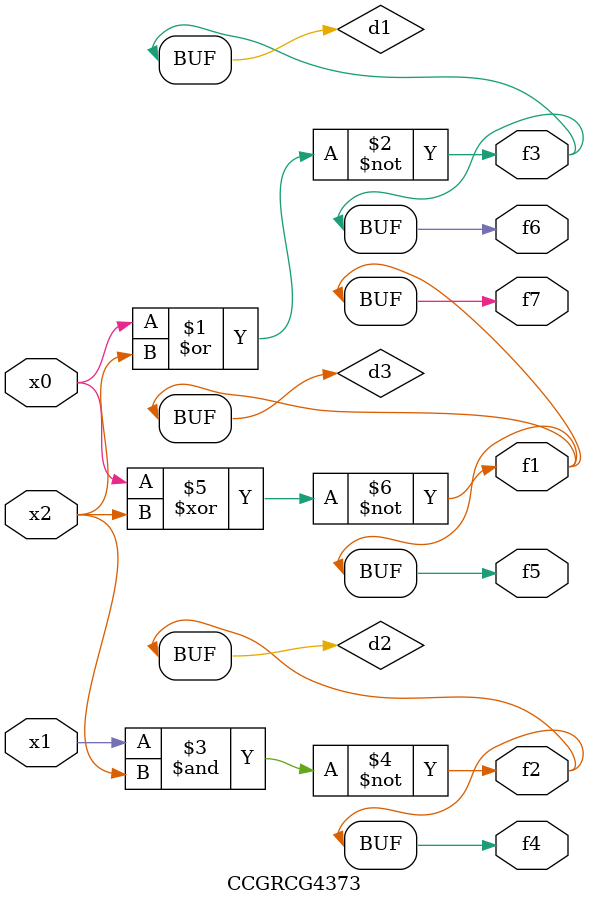
<source format=v>
module CCGRCG4373(
	input x0, x1, x2,
	output f1, f2, f3, f4, f5, f6, f7
);

	wire d1, d2, d3;

	nor (d1, x0, x2);
	nand (d2, x1, x2);
	xnor (d3, x0, x2);
	assign f1 = d3;
	assign f2 = d2;
	assign f3 = d1;
	assign f4 = d2;
	assign f5 = d3;
	assign f6 = d1;
	assign f7 = d3;
endmodule

</source>
